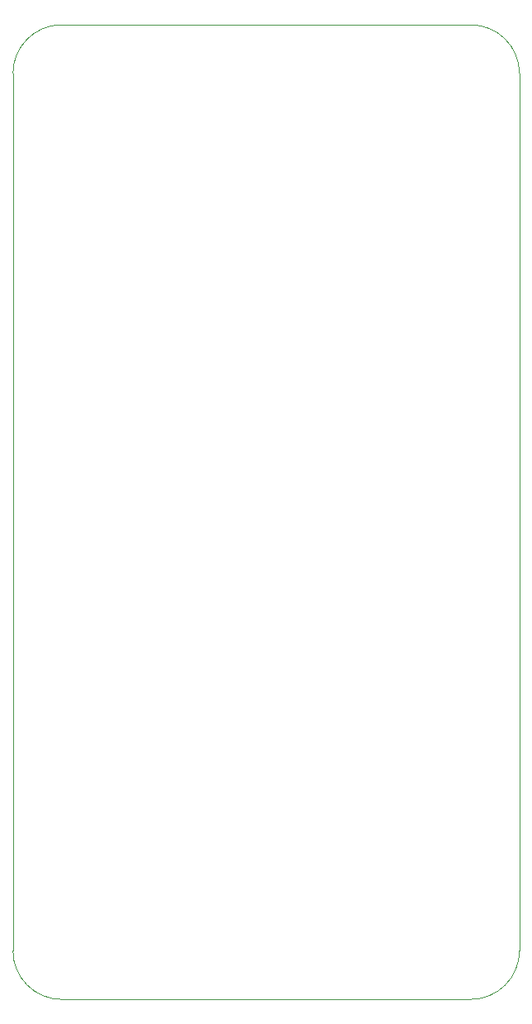
<source format=gbr>
%TF.GenerationSoftware,KiCad,Pcbnew,8.0.3*%
%TF.CreationDate,2024-11-20T23:40:36+02:00*%
%TF.ProjectId,TDS-2,5444532d-322e-46b6-9963-61645f706362,rev?*%
%TF.SameCoordinates,Original*%
%TF.FileFunction,Profile,NP*%
%FSLAX46Y46*%
G04 Gerber Fmt 4.6, Leading zero omitted, Abs format (unit mm)*
G04 Created by KiCad (PCBNEW 8.0.3) date 2024-11-20 23:40:36*
%MOMM*%
%LPD*%
G01*
G04 APERTURE LIST*
%TA.AperFunction,Profile*%
%ADD10C,0.050000*%
%TD*%
G04 APERTURE END LIST*
D10*
X164150000Y-42900000D02*
G75*
G02*
X169150000Y-47900000I0J-5000000D01*
G01*
X122150000Y-142900000D02*
G75*
G02*
X117150000Y-137900000I0J5000000D01*
G01*
X169150000Y-47900000D02*
X169150000Y-137900000D01*
X122150000Y-42900000D02*
X164150000Y-42900000D01*
X117150000Y-137900000D02*
X117150000Y-47900000D01*
X164150000Y-142900000D02*
X122150000Y-142900000D01*
X169150000Y-137900000D02*
G75*
G02*
X164150000Y-142900000I-5000000J0D01*
G01*
X117150000Y-47900000D02*
G75*
G02*
X122150000Y-42900000I5000000J0D01*
G01*
M02*

</source>
